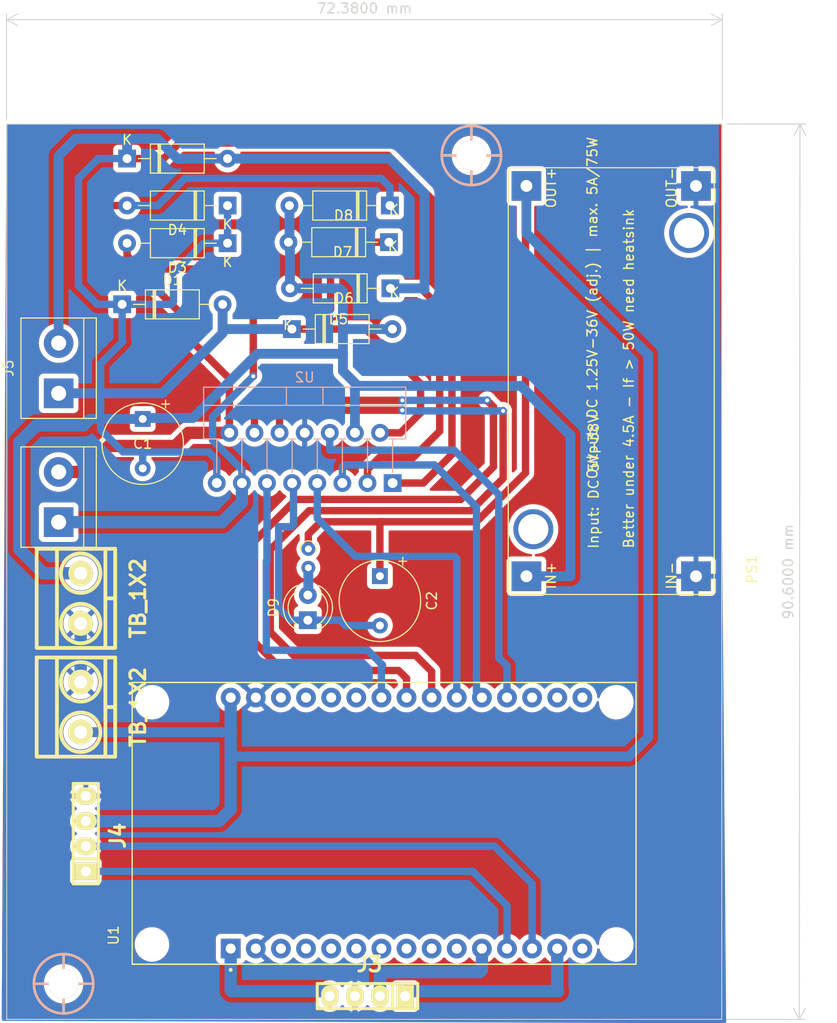
<source format=kicad_pcb>
(kicad_pcb (version 20221018) (generator pcbnew)
  (layers (0 "F.Cu" signal) (31 "B.Cu" signal) (34 "B.Paste" user) (35 "F.Paste" user) (36 "B.SilkS" user "B.Silkscreen") (37 "F.SilkS" user "F.Silkscreen") (38 "B.Mask" user) (39 "F.Mask" user) (44 "Edge.Cuts" user))
  (net 0 "")
  (net 1 "Net-(D1-A)")
  (net 2 "Net-(D3-K)")
  (net 3 "Net-(D9-A)")
  (net 4 "/in1")
  (net 5 "/PWM1")
  (net 6 "/in2")
  (net 7 "GND")
  (net 8 "/in3")
  (net 9 "/PWM2")
  (net 10 "/in4")
  (net 20 "5V")
  (net 27 "Net-(D9-K)")
  (net 28 "unconnected-(U1-D27-Pad25)")
  (net 29 "/SCL")
  (net 30 "/SDA")
  (net 31 "/3.3V")
  (net 32 "/TX")
  (net 33 "/RX")
  (footprint "Diode_THT:D_A-405_P10.16mm_Horizontal" (layer "F.Cu") (at 117.67 75)
    (fp_text reference "D2" hide)
    (fp_text value "DIODE")
    (fp_text user "K" (at 0 -1.9) (layer "F.SilkS"))
    (pad "1" thru_hole rect (at 0 0) (size 1.8 1.8) (drill 0.9) (layers "*.Cu" "*.Mask") (net 1 "Net-(D1-A)"))
    (pad "2" thru_hole oval (at 10.16 0) (size 1.8 1.8) (drill 0.9) (layers "*.Cu" "*.Mask") (net 1 "Net-(D1-A)"))
  )
  (footprint "EESTN5:hole_3mm" (layer "F.Cu") (at 111.25 158.5)
    (fp_text reference "H2" hide)
    (fp_text value "Mounting_Hole" hide)
    (pad "1" thru_hole circle (at 0 0) (size 3 3) (drill 3) (layers "*.Cu" "F.SilkS"))
  )
  (footprint "TerminalBlock:TerminalBlock_bornier-2_P5.08mm" (layer "F.Cu") (at 110.75 111.79 90)
    (fp_text reference "J6" hide)
    (fp_text value "TB_1X2")
    (pad "1" thru_hole rect (at 0 0 90) (size 3 3) (drill 1.52) (layers "*.Cu" "*.Mask") (net 2 "Net-(D3-K)"))
    (pad "2" thru_hole circle (at 5.08 0 90) (size 3 3) (drill 1.52) (layers "*.Cu" "*.Mask") (net 1 "Net-(D1-A)"))
  )
  (footprint "XL4005:XL4005_DC-DC" (layer "F.Cu") (at 177.038 119.104 90)
    (fp_text reference "PS1" (at 2.54 3.81 90) (layer "F.SilkS"))
    (fp_text value "XL4005_DC-DC")
    (fp_text user "Better under 4.5A - If > 50W need heatsink" (at 21.844 -8.636 90) (layer "F.SilkS"))
    (fp_text user "OUT-" (at 41.148 -4.318 90) (layer "F.SilkS"))
    (fp_text user "IN+" (at 1.905 -16.51 90) (layer "F.SilkS"))
    (fp_text user "OUT+" (at 41.148 -16.51 90) (layer "F.SilkS"))
    (fp_text user "Output: DC 1.25V-36V (adj.) | max. 5A/75W" (at 28.995 -12.319 90) (layer "F.SilkS"))
    (fp_text user "Input: DC 5V-38V" (at 11.43 -12.192 90) (layer "F.SilkS"))
    (fp_text user "IN-" (at 1.905 -4.318 90) (layer "F.SilkS"))
    (pad "" thru_hole circle (at 6.604 -18.288 90) (size 4.048 4.048) (drill 3.048) (layers "*.Cu" "*.Mask"))
    (pad "" thru_hole circle (at 36.576 -2.54 90) (size 4.048 4.048) (drill 3.048) (layers "*.Cu" "*.Mask"))
    (pad "1" thru_hole rect (at 1.8415 -18.9865 90) (size 3 3) (drill 1.2) (layers "*.Cu" "*.Mask") (net 1 "Net-(D1-A)"))
    (pad "2" thru_hole rect (at 1.8415 -1.8415 90) (size 3 3) (drill 1.2) (layers "*.Cu" "*.Mask") (net 7 "GND"))
    (pad "3" thru_hole rect (at 41.3385 -18.9865 90) (size 3 3) (drill 1.2) (layers "*.Cu" "*.Mask") (net 20 "5V"))
    (pad "4" thru_hole rect (at 41.3385 -1.8415 90) (size 3 3) (drill 1.2) (layers "*.Cu" "*.Mask") (net 7 "GND"))
  )
  (footprint "TerminalBlock:TerminalBlock_bornier-2_P5.08mm" (layer "F.Cu") (at 110.75 98.75 90)
    (fp_text reference "J5" (at 2.54 -5.08 90) (layer "F.SilkS"))
    (fp_text value "TB_1X2")
    (pad "1" thru_hole rect (at 0 0 90) (size 3 3) (drill 1.52) (layers "*.Cu" "*.Mask") (net 1 "Net-(D1-A)"))
    (pad "2" thru_hole circle (at 5.08 0 90) (size 3 3) (drill 1.52) (layers "*.Cu" "*.Mask") (net 1 "Net-(D1-A)"))
  )
  (footprint "Diode_THT:D_A-405_P10.16mm_Horizontal" (layer "F.Cu") (at 144.3008 88.132 180)
    (fp_text reference "D6" (at 4.69 -1) (layer "F.SilkS"))
    (fp_text value "DIODE")
    (fp_text user "K" (at -0.39 -0.43) (layer "F.SilkS"))
    (pad "1" thru_hole rect (at 0 0 180) (size 1.8 1.8) (drill 0.9) (layers "*.Cu" "*.Mask") (net 1 "Net-(D1-A)"))
    (pad "2" thru_hole oval (at 10.16 0 180) (size 1.8 1.8) (drill 0.9) (layers "*.Cu" "*.Mask") (net 1 "Net-(D1-A)"))
  )
  (footprint "Resistor_THT:R_Axial_DIN0204_L3.6mm_D1.6mm_P1.90mm_Vertical" (layer "F.Cu") (at 136 114.5 -90)
    (fp_text reference "R1" hide)
    (fp_text value "R")
    (pad "1" thru_hole circle (at 0 0 270) (size 1.4 1.4) (drill 0.7) (layers "*.Cu" "*.Mask") (net 20 "5V"))
    (pad "2" thru_hole oval (at 1.9 0 270) (size 1.4 1.4) (drill 0.7) (layers "*.Cu" "*.Mask") (net 3 "Net-(D9-A)"))
  )
  (footprint "Diode_THT:D_A-405_P10.16mm_Horizontal" (layer "F.Cu") (at 127.83 79.75 180)
    (fp_text reference "D4" (at 5.08 -2.47) (layer "F.SilkS"))
    (fp_text value "DIODE")
    (fp_text user "K" (at 0 -1.9) (layer "F.SilkS"))
    (pad "1" thru_hole rect (at 0 0 180) (size 1.8 1.8) (drill 0.9) (layers "*.Cu" "*.Mask") (net 1 "Net-(D1-A)"))
    (pad "2" thru_hole oval (at 10.16 0 180) (size 1.8 1.8) (drill 0.9) (layers "*.Cu" "*.Mask") (net 1 "Net-(D1-A)"))
  )
  (footprint "LED_THT:LED_D4.0mm" (layer "F.Cu") (at 135.9492 121.7092 90)
    (fp_text reference "D9" (at 1.27 -3.46 90) (layer "F.SilkS"))
    (fp_text value "LED")
    (pad "1" thru_hole rect (at 0 0 90) (size 1.8 1.8) (drill 0.9) (layers "*.Cu" "*.Mask") (net 27 "Net-(D9-K)"))
    (pad "2" thru_hole circle (at 2.54 0 90) (size 1.8 1.8) (drill 0.9) (layers "*.Cu" "*.Mask") (net 3 "Net-(D9-A)"))
  )
  (footprint "Diode_THT:D_A-405_P10.16mm_Horizontal" (layer "F.Cu") (at 144.1484 83.4584 180)
    (fp_text reference "D7" (at 4.69 -1) (layer "F.SilkS"))
    (fp_text value "DIODE")
    (fp_text user "K" (at -0.39 -0.43) (layer "F.SilkS"))
    (pad "1" thru_hole rect (at 0 0 180) (size 1.8 1.8) (drill 0.9) (layers "*.Cu" "*.Mask") (net 2 "Net-(D3-K)"))
    (pad "2" thru_hole oval (at 10.16 0 180) (size 1.8 1.8) (drill 0.9) (layers "*.Cu" "*.Mask") (net 1 "Net-(D1-A)"))
  )
  (footprint "EESTN5:hole_3mm" (layer "F.Cu") (at 152.49 74.68)
    (fp_text reference "H1" hide)
    (fp_text value "Mounting_Hole" hide)
    (pad "1" thru_hole circle (at 0 0) (size 3 3) (drill 3) (layers "*.Cu" "F.SilkS"))
  )
  (footprint "EESTN5:pin_strip_4" (layer "F.Cu") (at 141.98 159.75 180)
    (fp_text reference "J3" (at -0.2032 3.2258) (layer "F.SilkS") (effects (font (size 1.5 1.5) (thickness 0.3))))
    (fp_text value "Conn_01x04" hide)
    (pad "1" thru_hole rect (at -3.81 0 180) (size 1.75 2.2) (drill 1.00076) (layers "*.Cu" "*.Mask" "F.SilkS") (net 29 "/SCL"))
    (pad "2" thru_hole oval (at -1.27 0 180) (size 1.75 2.2) (drill 1.00076) (layers "*.Cu" "*.Mask" "F.SilkS") (net 30 "/SDA"))
    (pad "3" thru_hole oval (at 1.27 0 180) (size 1.75 2.2) (drill 1.00076) (layers "*.Cu" "*.Mask" "F.SilkS") (net 7 "GND"))
    (pad "4" thru_hole oval (at 3.81 0 180) (size 1.75 2.2) (drill 1.00076) (layers "*.Cu" "*.Mask" "F.SilkS") (net 31 "/3.3V"))
  )
  (footprint "Diode_THT:D_A-405_P10.16mm_Horizontal" (layer "F.Cu") (at 117.17 89.75)
    (fp_text reference "D1" (at 5.08 -2.47) (layer "F.SilkS"))
    (fp_text value "DIODE")
    (fp_text user "K" (at 0 -1.9) (layer "F.SilkS"))
    (pad "1" thru_hole rect (at 0 0) (size 1.8 1.8) (drill 0.9) (layers "*.Cu" "*.Mask") (net 1 "Net-(D1-A)"))
    (pad "2" thru_hole oval (at 10.16 0) (size 1.8 1.8) (drill 0.9) (layers "*.Cu" "*.Mask") (net 1 "Net-(D1-A)"))
  )
  (footprint "Diode_THT:D_A-405_P10.16mm_Horizontal" (layer "F.Cu") (at 134.34 92.25)
    (fp_text reference "D5" (at 4.69 -1) (layer "F.SilkS"))
    (fp_text value "DIODE")
    (fp_text user "K" (at -0.39 -0.43) (layer "F.SilkS"))
    (pad "1" thru_hole rect (at 0 0) (size 1.8 1.8) (drill 0.9) (layers "*.Cu" "*.Mask") (net 1 "Net-(D1-A)"))
    (pad "2" thru_hole oval (at 10.16 0) (size 1.8 1.8) (drill 0.9) (layers "*.Cu" "*.Mask") (net 1 "Net-(D1-A)"))
  )
  (footprint "Capacitor_THT:CP_Radial_Tantal_D8.0mm_P5.00mm" (layer "F.Cu") (at 119.25 101.347349 -90)
    (fp_text reference "C1" (at 2.5 0) (layer "F.SilkS"))
    (fp_text value "220uF")
    (pad "1" thru_hole rect (at 0 0 270) (size 1.6 1.6) (drill 0.8) (layers "*.Cu" "*.Mask") (net 1 "Net-(D1-A)"))
    (pad "2" thru_hole circle (at 5 0 270) (size 1.6 1.6) (drill 0.8) (layers "*.Cu" "*.Mask") (net 1 "Net-(D1-A)"))
  )
  (footprint "EESTN5:BORNERA2_AZUL" (layer "F.Cu") (at 112.97625 119.5 90)
    (fp_text reference "J2" hide)
    (fp_text value "TB_1X2" (at 0 5.8 90) (layer "F.SilkS") (effects (font (size 1.5 1.5) (thickness 0.3))))
    (pad "1" thru_hole circle (at -2.54 0 90) (size 2.5 2.5) (drill 1.3) (layers "*.Cu" "*.Mask" "F.SilkS") (net 7 "GND"))
    (pad "2" thru_hole circle (at 2.54 0 90) (size 2.5 2.5) (drill 1.3) (layers "*.Cu" "*.Mask" "F.SilkS") (net 1 "Net-(D1-A)"))
  )
  (footprint "Diode_THT:D_A-405_P10.16mm_Horizontal" (layer "F.Cu") (at 144.25 79.75 180)
    (fp_text reference "D8" (at 4.69 -1) (layer "F.SilkS"))
    (fp_text value "DIODE")
    (fp_text user "K" (at -0.39 -0.43) (layer "F.SilkS"))
    (pad "1" thru_hole rect (at 0 0 180) (size 1.8 1.8) (drill 0.9) (layers "*.Cu" "*.Mask") (net 1 "Net-(D1-A)"))
    (pad "2" thru_hole oval (at 10.16 0 180) (size 1.8 1.8) (drill 0.9) (layers "*.Cu" "*.Mask") (net 1 "Net-(D1-A)"))
  )
  (footprint "EESTN5:BORNERA2_AZUL" (layer "F.Cu") (at 112.97625 130.5 90)
    (fp_text reference "J1" hide)
    (fp_text value "TB_1X2" (at 0 5.8 90) (layer "F.SilkS") (effects (font (size 1.5 1.5) (thickness 0.3))))
    (pad "1" thru_hole circle (at -2.54 0 90) (size 2.5 2.5) (drill 1.3) (layers "*.Cu" "*.Mask" "F.SilkS") (net 20 "5V"))
    (pad "2" thru_hole circle (at 2.54 0 90) (size 2.5 2.5) (drill 1.3) (layers "*.Cu" "*.Mask" "F.SilkS") (net 7 "GND"))
  )
  (footprint "XL4005:MODULE_ESP32_DEVKIT_V1" (layer "F.Cu") (at 143.6624 142.24 90)
    (fp_text reference "U1" (at -11.355 -27.36 90) (layer "F.SilkS"))
    (fp_text value "ESP32-DEVKIT-V1")
    (pad "" np_thru_hole circle (at -12.28 -23.475 90) (size 3 3) (drill 3) (layers "*.Cu" "*.Mask"))
    (pad "" np_thru_hole circle (at -12.28 23.475 90) (size 3 3) (drill 3) (layers "*.Cu" "*.Mask"))
    (pad "" np_thru_hole circle (at 12.23 -23.475 90) (size 3 3) (drill 3) (layers "*.Cu" "*.Mask"))
    (pad "" np_thru_hole circle (at 12.23 23.475 90) (size 3 3) (drill 3) (layers "*.Cu" "*.Mask"))
    (pad "1" thru_hole rect (at -12.7 -15.515 90) (size 2 2) (drill 1.02) (layers "*.Cu" "*.Mask") (net 31 "/3.3V"))
    (pad "2" thru_hole circle (at -12.7 -12.975 90) (size 2 2) (drill 1.02) (layers "*.Cu" "*.Mask") (net 7 "GND"))
    (pad "3" thru_hole circle (at -12.7 -10.435 90) (size 2 2) (drill 1.02) (layers "*.Cu" "*.Mask"))
    (pad "4" thru_hole circle (at -12.7 -7.895 90) (size 2 2) (drill 1.02) (layers "*.Cu" "*.Mask"))
    (pad "5" thru_hole circle (at -12.7 -5.355 90) (size 2 2) (drill 1.02) (layers "*.Cu" "*.Mask"))
    (pad "6" thru_hole circle (at -12.7 -2.815 90) (size 2 2) (drill 1.02) (layers "*.Cu" "*.Mask"))
    (pad "7" thru_hole circle (at -12.7 -0.275 90) (size 2 2) (drill 1.02) (layers "*.Cu" "*.Mask"))
    (pad "8" thru_hole circle (at -12.7 2.265 90) (size 2 2) (drill 1.02) (layers "*.Cu" "*.Mask"))
    (pad "9" thru_hole circle (at -12.7 4.805 90) (size 2 2) (drill 1.02) (layers "*.Cu" "*.Mask"))
    (pad "10" thru_hole circle (at -12.7 7.345 90) (size 2 2) (drill 1.02) (layers "*.Cu" "*.Mask"))
    (pad "11" thru_hole circle (at -12.7 9.885 90) (size 2 2) (drill 1.02) (layers "*.Cu" "*.Mask") (net 30 "/SDA"))
    (pad "12" thru_hole circle (at -12.7 12.425 90) (size 2 2) (drill 1.02) (layers "*.Cu" "*.Mask") (net 32 "/TX"))
    (pad "13" thru_hole circle (at -12.7 14.965 90) (size 2 2) (drill 1.02) (layers "*.Cu" "*.Mask") (net 33 "/RX"))
    (pad "14" thru_hole circle (at -12.7 17.505 90) (size 2 2) (drill 1.02) (layers "*.Cu" "*.Mask") (net 29 "/SCL"))
    (pad "15" thru_hole circle (at -12.7 20.045 90) (size 2 2) (drill 1.02) (layers "*.Cu" "*.Mask"))
    (pad "16" thru_hole circle (at 12.7 20.045 90) (size 2 2) (drill 1.02) (layers "*.Cu" "*.Mask"))
    (pad "17" thru_hole circle (at 12.7 17.505 90) (size 2 2) (drill 1.02) (layers "*.Cu" "*.Mask"))
    (pad "18" thru_hole circle (at 12.7 14.965 90) (size 2 2) (drill 1.02) (layers "*.Cu" "*.Mask"))
    (pad "19" thru_hole circle (at 12.7 12.425 90) (size 2 2) (drill 1.02) (layers "*.Cu" "*.Mask") (net 5 "/PWM1"))
    (pad "20" thru_hole circle (at 12.7 9.885 90) (size 2 2) (drill 1.02) (layers "*.Cu" "*.Mask") (net 4 "/in1"))
    (pad "21" thru_hole circle (at 12.7 7.345 90) (size 2 2) (drill 1.02) (layers "*.Cu" "*.Mask") (net 6 "/in2"))
    (pad "22" thru_hole circle (at 12.7 4.805 90) (size 2 2) (drill 1.02) (layers "*.Cu" "*.Mask") (net 8 "/in3"))
    (pad "23" thru_hole circle (at 12.7 2.265 90) (size 2 2) (drill 1.02) (layers "*.Cu" "*.Mask") (net 10 "/in4"))
    (pad "24" thru_hole circle (at 12.7 -0.275 90) (size 2 2) (drill 1.02) (layers "*.Cu" "*.Mask") (net 9 "/PWM2"))
    (pad "25" thru_hole circle (at 12.7 -2.815 90) (size 2 2) (drill 1.02) (layers "*.Cu" "*.Mask") (net 28 "unconnected-(U1-D27-Pad25)"))
    (pad "26" thru_hole circle (at 12.7 -5.355 90) (size 2 2) (drill 1.02) (layers "*.Cu" "*.Mask"))
    (pad "27" thru_hole circle (at 12.7 -7.895 90) (size 2 2) (drill 1.02) (layers "*.Cu" "*.Mask"))
    (pad "28" thru_hole circle (at 12.7 -10.435 90) (size 2 2) (drill 1.02) (layers "*.Cu" "*.Mask"))
    (pad "29" thru_hole circle (at 12.7 -12.975 90) (size 2 2) (drill 1.02) (layers "*.Cu" "*.Mask") (net 7 "GND"))
    (pad "30" thru_hole circle (at 12.7 -15.515 90) (size 2 2) (drill 1.02) (layers "*.Cu" "*.Mask") (net 20 "5V"))
  )
  (footprint "EESTN5:pin_strip_4" (layer "F.Cu") (at 113.5 143.31 90)
    (fp_text reference "J4" (at -0.2032 3.2258 90) (layer "F.SilkS") (effects (font (size 1.5 1.5) (thickness 0.3))))
    (fp_text value "Conn_01x04" hide)
    (pad "1" thru_hole rect (at -3.81 0 90) (size 1.75 2.2) (drill 1.00076) (layers "*.Cu" "*.Mask" "F.SilkS") (net 32 "/TX"))
    (pad "2" thru_hole oval (at -1.27 0 90) (size 1.75 2.2) (drill 1.00076) (layers "*.Cu" "*.Mask" "F.SilkS") (net 33 "/RX"))
    (pad "3" thru_hole oval (at 1.27 0 90) (size 1.75 2.2) (drill 1.00076) (layers "*.Cu" "*.Mask" "F.SilkS") (net 20 "5V"))
    (pad "4" thru_hole oval (at 3.81 0 90) (size 1.75 2.2) (drill 1.00076) (layers "*.Cu" "*.Mask" "F.SilkS") (net 7 "GND"))
  )
  (footprint "Capacitor_THT:CP_Radial_Tantal_D8.0mm_P5.00mm" (layer "F.Cu") (at 143.2344 117.252349 -90)
    (fp_text reference "C2" (at 2.5 -5.25 90) (layer "F.SilkS"))
    (fp_text value "220uF")
    (pad "1" thru_hole rect (at 0 0 270) (size 1.6 1.6) (drill 0.8) (layers "*.Cu" "*.Mask") (net 20 "5V"))
    (pad "2" thru_hole circle (at 5 0 270) (size 1.6 1.6) (drill 0.8) (layers "*.Cu" "*.Mask") (net 27 "Net-(D9-K)"))
  )
  (footprint "Diode_THT:D_A-405_P10.16mm_Horizontal" (layer "F.Cu") (at 127.83 83.56 180)
    (fp_text reference "D3" (at 5.08 -2.47) (layer "F.SilkS"))
    (fp_text value "DIODE")
    (fp_text user "K" (at 0 -1.9) (layer "F.SilkS"))
    (pad "1" thru_hole rect (at 0 0 180) (size 1.8 1.8) (drill 0.9) (layers "*.Cu" "*.Mask") (net 1 "Net-(D1-A)"))
    (pad "2" thru_hole oval (at 10.16 0 180) (size 1.8 1.8) (drill 0.9) (layers "*.Cu" "*.Mask") (net 2 "Net-(D3-K)"))
  )
  (footprint "Package_TO_SOT_THT:TO-220-15_P2.54x2.54mm_StaggerOdd_Lead4.58mm_Vertical" (layer "B.Cu") (at 144.52 107.83 180)
    (fp_text reference "U2" (at 8.89 10.7 -360) (layer "B.SilkS") (effects (justify mirror)))
    (fp_text value "L298N")
    (pad "1" thru_hole rect (at 0 0 180) (size 1.8 1.8) (drill 1) (layers "*.Cu" "*.Mask") (net 1 "Net-(D1-A)"))
    (pad "2" thru_hole oval (at 1.27 5.08 180) (size 1.8 1.8) (drill 1) (layers "*.Cu" "*.Mask") (net 1 "Net-(D1-A)"))
    (pad "3" thru_hole oval (at 2.54 0 180) (size 1.8 1.8) (drill 1) (layers "*.Cu" "*.Mask") (net 1 "Net-(D1-A)"))
    (pad "4" thru_hole oval (at 3.81 5.08 180) (size 1.8 1.8) (drill 1) (layers "*.Cu" "*.Mask") (net 1 "Net-(D1-A)"))
    (pad "5" thru_hole oval (at 5.08 0 180) (size 1.8 1.8) (drill 1) (layers "*.Cu" "*.Mask") (net 4 "/in1"))
    (pad "6" thru_hole oval (at 6.35 5.08 180) (size 1.8 1.8) (drill 1) (layers "*.Cu" "*.Mask") (net 5 "/PWM1"))
    (pad "7" thru_hole oval (at 7.62 0 180) (size 1.8 1.8) (drill 1) (layers "*.Cu" "*.Mask") (net 6 "/in2"))
    (pad "8" thru_hole oval (at 8.89 5.08 180) (size 1.8 1.8) (drill 1) (layers "*.Cu" "*.Mask") (net 7 "GND"))
    (pad "9" thru_hole oval (at 10.16 0 180) (size 1.8 1.8) (drill 1) (layers "*.Cu" "*.Mask") (net 27 "Net-(D9-K)"))
    (pad "10" thru_hole oval (at 11.43 5.08 180) (size 1.8 1.8) (drill 1) (layers "*.Cu" "*.Mask") (net 8 "/in3"))
    (pad "11" thru_hole oval (at 12.7 0 180) (size 1.8 1.8) (drill 1) (layers "*.Cu" "*.Mask") (net 9 "/PWM2"))
    (pad "12" thru_hole oval (at 13.97 5.08 180) (size 1.8 1.8) (drill 1) (layers "*.Cu" "*.Mask") (net 10 "/in4"))
    (pad "13" thru_hole oval (at 15.24 0 180) (size 1.8 1.8) (drill 1) (layers "*.Cu" "*.Mask") (net 2 "Net-(D3-K)"))
    (pad "14" thru_hole oval (at 16.51 5.08 180) (size 1.8 1.8) (drill 1) (layers "*.Cu" "*.Mask") (net 1 "Net-(D1-A)"))
    (pad "15" thru_hole oval (at 17.78 0 180) (size 1.8 1.8) (drill 1) (layers "*.Cu" "*.Mask") (net 1 "Net-(D1-A)"))
  )
  (gr_rect (start 105.5 71.5) (end 177.8 162.1) (stroke (width 0.1)) (fill none) (layer "Edge.Cuts"))
  (dimension (type aligned) (layer "Edge.Cuts") (pts (xy 177.8 162.1) (xy 177.86 71.5)) (height 7.848416) (gr_text "90,6000 mm" (at 184.528414 116.804436 89.96205578) (layer "Edge.Cuts") (effects (font (size 1 1) (thickness 0.15)))) (format (prefix "") (suffix "") (units 3) (units_format 1) (precision 4)) (style (thickness 0.1) (arrow_length 1.27) (text_position_mode 0) (extension_height 0.58642) (extension_offset 0.5) keep_text_aligned))
  (dimension (type aligned) (layer "Edge.Cuts") (pts (xy 105.48 71.5) (xy 177.86 71.5)) (height -10.55) (gr_text "72,3800 mm" (at 141.67 59.8) (layer "Edge.Cuts") (effects (font (size 1 1) (thickness 0.15)))) (format (prefix "") (suffix "") (units 3) (units_format 1) (precision 4)) (style (thickness 0.1) (arrow_length 1.27) (text_position_mode 0) (extension_height 0.58642) (extension_offset 0.5) keep_text_aligned))
  (segment (start 145.32 102.75) (end 143.25 102.75) (width 0.75) (layer "F.Cu") (net 1))
  (segment (start 143.19 105.25) (end 146.61 105.25) (width 0.75) (layer "F.Cu") (net 1))
  (segment (start 134.34 92.25) (end 141.82 92.25) (width 0.75) (layer "F.Cu") (net 1))
  (segment (start 147.62 107.83) (end 150.52 104.93) (width 0.75) (layer "F.Cu") (net 1))
  (segment (start 122.95 73.42) (end 121.37 75) (width 0.75) (layer "F.Cu") (net 1))
  (segment (start 113.21 106.71) (end 110.75 106.71) (width 1.25) (layer "F.Cu") (net 1))
  (segment (start 150.52 79.37) (end 144.57 73.42) (width 0.75) (layer "F.Cu") (net 1))
  (segment (start 123.25 92.5) (end 128.01 97.26) (width 0.75) (layer "F.Cu") (net 1))
  (segment (start 150.52 104.93) (end 150.52 79.37) (width 0.75) (layer "F.Cu") (net 1))
  (segment (start 114.5 80.25) (end 114.5 86.75) (width 0.75) (layer "F.Cu") (net 1))
  (segment (start 141.82 92.25) (end 147.35 97.78) (width 0.75) (layer "F.Cu") (net 1))
  (segment (start 122.55 104.075) (end 115.845 104.075) (width 1.25) (layer "F.Cu") (net 1))
  (segment (start 147.382 88.132) (end 144.3008 88.132) (width 0.75) (layer "F.Cu") (net 1))
  (segment (start 128.01 102.75) (end 123.875 102.75) (width 1.25) (layer "F.Cu") (net 1))
  (segment (start 114.5 86.75) (end 115.75 88) (width 0.75) (layer "F.Cu") (net 1))
  (segment (start 141.98 106.46) (end 143.19 105.25) (width 0.75) (layer "F.Cu") (net 1))
  (segment (start 149.28 102.58) (end 149.28 90.03) (width 0.75) (layer "F.Cu") (net 1))
  (segment (start 141.98 107.83) (end 141.98 106.46) (width 0.75) (layer "F.Cu") (net 1))
  (segment (start 123.25 90.83) (end 123.25 92.5) (width 0.75) (layer "F.Cu") (net 1))
  (segment (start 146.61 105.25) (end 149.28 102.58) (width 0.75) (layer "F.Cu") (net 1))
  (segment (start 123.875 102.75) (end 122.55 104.075) (width 1.25) (layer "F.Cu") (net 1))
  (segment (start 147.35 97.78) (end 147.35 100.72) (width 0.75) (layer "F.Cu") (net 1))
  (segment (start 121.37 75) (end 117.67 75) (width 0.75) (layer "F.Cu") (net 1))
  (segment (start 117.67 79.75) (end 115 79.75) (width 0.75) (layer "F.Cu") (net 1))
  (segment (start 128.01 97.26) (end 128.01 102.75) (width 0.75) (layer "F.Cu") (net 1))
  (segment (start 115 79.75) (end 114.5 80.25) (width 0.75) (layer "F.Cu") (net 1))
  (segment (start 144.52 107.83) (end 147.62 107.83) (width 0.75) (layer "F.Cu") (net 1))
  (segment (start 115.845 104.075) (end 113.21 106.71) (width 1.25) (layer "F.Cu") (net 1))
  (segment (start 147.35 100.72) (end 145.32 102.75) (width 0.75) (layer "F.Cu") (net 1))
  (segment (start 149.28 90.03) (end 147.382 88.132) (width 0.75) (layer "F.Cu") (net 1))
  (segment (start 115.75 88) (end 120.42 88) (width 0.75) (layer "F.Cu") (net 1))
  (segment (start 144.57 73.42) (end 122.95 73.42) (width 0.75) (layer "F.Cu") (net 1))
  (segment (start 120.42 88) (end 123.25 90.83) (width 0.75) (layer "F.Cu") (net 1))
  (segment (start 106.775 114.525) (end 106.775 103.725) (width 1.25) (layer "B.Cu") (net 1))
  (segment (start 106.775 103.725) (end 108.5 102) (width 1.25) (layer "B.Cu") (net 1))
  (segment (start 139.5 96.5) (end 139.5 94.75) (width 1) (layer "B.Cu") (net 1))
  (segment (start 117.63 73) (end 120.75 73) (width 1) (layer "B.Cu") (net 1))
  (segment (start 127.33 92.25) (end 127.33 89.75) (width 1) (layer "B.Cu") (net 1))
  (segment (start 162.5 117.25) (end 162.4875 117.2625) (width 1) (layer "B.Cu") (net 1))
  (segment (start 120.78 79.75) (end 123.53 77) (width 0.75) (layer "B.Cu") (net 1))
  (segment (start 115 102.42) (end 115 95.75) (width 0.75) (layer "B.Cu") (net 1))
  (segment (start 144.197056 75) (end 147.75 78.552944) (width 1) (layer "B.Cu") (net 1))
  (segment (start 134.1408 83.6108) (end 133.9884 83.4584) (width 0.75) (layer "B.Cu") (net 1))
  (segment (start 108.5 102) (end 113.25 102) (width 1.25) (layer "B.Cu") (net 1))
  (segment (start 119.347349 101.25) (end 124.343502 101.25) (width 1) (layer "B.Cu") (net 1))
  (segment (start 125.42 83.56) (end 122.36 86.62) (width 0.75) (layer "B.Cu") (net 1))
  (segment (start 117.17 93.42) (end 117.17 89.75) (width 0.75) (layer "B.Cu") (net 1))
  (segment (start 110.75 93.67) (end 110.75 74.72) (width 1) (layer "B.Cu") (net 1))
  (segment (start 115 95.75) (end 117.25 93.5) (width 0.75) (layer "B.Cu") (net 1))
  (segment (start 112.75 87.84) (end 114.66 89.75) (width 0.75) (layer "B.Cu") (net 1))
  (segment (start 122.36 86.62) (end 122.36 89.5) (width 0.75) (layer "B.Cu") (net 1))
  (segment (start 162.5 103) (end 162.5 117.25) (width 1) (layer "B.Cu") (net 1))
  (segment (start 162.23 102.75) (end 162.25 102.75) (width 1) (layer "B.Cu") (net 1))
  (segment (start 113.25 102) (end 113.625 101.625) (width 1.25) (layer "B.Cu") (net 1))
  (segment (start 125.93 104.69) (end 126.74 105.5) (width 0.75) (layer "B.Cu") (net 1))
  (segment (start 139.132 88.132) (end 139.5 88.5) (width 1) (layer "B.Cu") (net 1))
  (segment (start 147.75 78.552944) (end 147.75 88.25) (width 1) (layer "B.Cu") (net 1))
  (segment (start 140.71 98.29) (end 141 98) (width 1) (layer "B.Cu") (net 1))
  (segment (start 134.09 83.3568) (end 133.9884 83.4584) (width 1.25) (layer "B.Cu") (net 1))
  (segment (start 117.253675 104.673675) (end 115 102.42) (width 0.75) (layer "B.Cu") (net 1))
  (segment (start 127.83 79.75) (end 127.83 83.56) (width 0.75) (layer "B.Cu") (net 1))
  (segment (start 112.47 73) (end 117.63 73) (width 1) (layer "B.Cu") (net 1))
  (segment (start 127.33 92.67) (end 127.33 92.25) (width 1) (layer "B.Cu") (net 1))
  (segment (start 124.343502 101.25) (end 130.843502 94.75) (width 1) (layer "B.Cu") (net 1))
  (segment (start 134.34 92.25) (end 127.33 92.25) (width 1) (layer "B.Cu") (net 1))
  (segment (start 143.36 77) (end 144.25 77.89) (width 0.75) (layer "B.Cu") (net 1))
  (segment (start 130.843502 94.75) (end 139.5 94.75) (width 1) (layer "B.Cu") (net 1))
  (segment (start 119.250001 101.347349) (end 119.25 101.347349) (width 0.75) (layer "B.Cu") (net 1))
  (segment (start 119.25 104.673675) (end 119.25 106.347349) (width 0.75) (layer "B.Cu") (net 1))
  (segment (start 141 98) (end 145.75 98) (width 1) (layer "B.Cu") (net 1))
  (segment (start 157.48 98) (end 162.23 102.75) (width 1) (layer "B.Cu") (net 1))
  (segment (start 144.25 77.89) (end 144.25 79.75) (width 0.75) (layer "B.Cu") (net 1))
  (segment (start 117.67 75) (end 117.67 73.04) (width 1) (layer "B.Cu") (net 1))
  (segment (start 117.67 79.75) (end 120.78 79.75) (width 0.75) (layer "B.Cu") (net 1))
  (segment (start 126.74 105.5) (end 126.74 107.83) (width 0.75) (layer "B.Cu") (net 1))
  (segment (start 145.75 98) (end 157.48 98) (width 1) (layer "B.Cu") (net 1))
  (segment (start 117.67 75) (end 114.75 75) (width 0.75) (layer "B.Cu") (net 1))
  (segment (start 147.632 88.132) (end 144.3008 88.132) (width 1) (layer "B.Cu") (net 1))
  (segment (start 112.97625 116.96) (end 109.21 116.96) (width 1.25) (layer "B.Cu") (net 1))
  (segment (start 162.25 102.75) (end 162.5 103) (width 1) (layer "B.Cu") (net 1))
  (segment (start 114.66 89.75) (end 117.17 89.75) (width 0.75) (layer "B.Cu") (net 1))
  (segment (start 110.75 74.72) (end 112.47 73) (width 1) (layer "B.Cu") (net 1))
  (segment (start 140.71 102.75) (end 140.71 98.29) (width 1) (layer "B.Cu") (net 1))
  (segment (start 117.67 73.04) (end 117.63 73) (width 0.75) (layer "B.Cu") (net 1))
  (segment (start 139.5 94.75) (end 139.5 92.25) (width 1) (layer "B.Cu") (net 1))
  (segment (start 147.75 88.25) (end 147.632 88.132) (width 1) (layer "B.Cu") (net 1))
  (segment (start 114.75 75) (end 112.75 77) (width 0.75) (layer "B.Cu") (net 1))
  (segment (start 123.53 77) (end 143.36 77) (width 0.75) (layer "B.Cu") (net 1))
  (segment (start 139.5 88.5) (end 139.5 92.25) (width 1) (layer "B.Cu") (net 1))
  (segment (start 134.1408 88.132) (end 139.132 88.132) (width 1) (layer "B.Cu") (net 1))
  (segment (start 119.266325 104.69) (end 125.93 104.69) (width 0.75) (layer "B.Cu") (net 1))
  (segment (start 162.4875 117.2625) (end 158.0515 117.2625) (width 1) (layer "B.Cu") (net 1))
  (segment (start 122.11 89.75) (end 117.17 89.75) (width 0.75) (layer "B.Cu") (net 1))
  (segment (start 110.75 98.75) (end 121.25 98.75) (width 1) (layer "B.Cu") (net 1))
  (segment (start 113.902651 101.347349) (end 113.625 101.625) (width 0.75) (layer "B.Cu") (net 1))
  (segment (start 127.83 83.56) (end 125.42 83.56) (width 0.75) (layer "B.Cu") (net 1))
  (segment (start 120.75 73) (end 122.75 75) (width 1) (layer "B.Cu") (net 1))
  (segment (start 122.75 75) (end 127.83 75) (width 1) (layer "B.Cu") (net 1))
  (segment (start 121.25 98.75) (end 127.33 92.67) (width 1) (layer "B.Cu") (net 1))
  (segment (start 139.5 92.25) (end 144.5 92.25) (width 1) (layer "B.Cu") (net 1))
  (segment (start 134.09 79.75) (end 134.09 83.3568) (width 1) (layer "B.Cu") (net 1))
  (segment (start 119.25 101.347349) (end 119.347349 101.25) (width 1) (layer "B.Cu") (net 1))
  (segment (start 119.25 104.673675) (end 117.253675 104.673675) (width 0.75) (layer "B.Cu") (net 1))
  (segment (start 117.25 93.5) (end 117.17 93.42) (width 0.75) (layer "B.Cu") (net 1))
  (segment (start 112.75 77) (end 112.75 87.84) (width 0.75) (layer "B.Cu") (net 1))
  (segment (start 122.36 89.5) (end 122.11 89.75) (width 0.75) (layer "B.Cu") (net 1))
  (segment (start 144.5 98) (end 145.75 98) (width 1) (layer "B.Cu") (net 1))
  (segment (start 119.25 101.347349) (end 113.902651 101.347349) (width 1) (layer "B.Cu") (net 1))
  (segment (start 141 98) (end 139.5 96.5) (width 1) (layer "B.Cu") (net 1))
  (segment (start 134.1408 88.132) (end 134.1408 83.6108) (width 1) (layer "B.Cu") (net 1))
  (segment (start 119.25 104.673675) (end 119.266325 104.69) (width 0.75) (layer "B.Cu") (net 1))
  (segment (start 109.21 116.96) (end 106.775 114.525) (width 1.25) (layer "B.Cu") (net 1))
  (segment (start 128 75) (end 144.197056 75) (width 1) (layer "B.Cu") (net 1))
  (segment (start 130.43 86.89) (end 129.71 86.17) (width 0.75) (layer "F.Cu") (net 2))
  (segment (start 138.27 85.23) (end 140.0416 83.4584) (width 0.75) (layer "F.Cu") (net 2))
  (segment (start 140.0416 83.4584) (end 144.1484 83.4584) (width 0.75) (layer "F.Cu") (net 2))
  (segment (start 129.71 86.17) (end 119.01 86.17) (width 0.75) (layer "F.Cu") (net 2))
  (segment (start 130.43 91.1) (end 130.43 90.26) (width 0.75) (layer "F.Cu") (net 2))
  (segment (start 130.44 90.25) (end 130.43 90.26) (width 0.75) (layer "F.Cu") (net 2))
  (segment (start 138.25 90.25) (end 130.44 90.25) (width 0.75) (layer "F.Cu") (net 2))
  (segment (start 138.25 85.75) (end 138.25 90.25) (width 0.75) (layer "F.Cu") (net 2))
  (segment (start 117.67 84.83) (end 117.67 83.56) (width 0.75) (layer "F.Cu") (net 2))
  (segment (start 138.25 85.75) (end 138.27 85.73) (width 0.75) (layer "F.Cu") (net 2))
  (segment (start 119.01 86.17) (end 117.67 84.83) (width 0.75) (layer "F.Cu") (net 2))
  (segment (start 137.89 86.11) (end 138.25 85.75) (width 0.75) (layer "F.Cu") (net 2))
  (segment (start 130.43 90.26) (end 130.43 86.89) (width 0.75) (layer "F.Cu") (net 2))
  (segment (start 130.43 97.02) (end 130.43 91.1) (width 0.75) (layer "F.Cu") (net 2))
  (segment (start 138.27 85.73) (end 138.27 85.23) (width 0.75) (layer "F.Cu") (net 2))
  (via (at 130.43 97.02) (size 0.8) (drill 0.4) (layers "F.Cu" "B.Cu") (net 2))
  (segment (start 128.28 105.47) (end 128.28 105.46) (width 0.75) (layer "B.Cu") (net 2))
  (segment (start 127.27 111.79) (end 129.28 109.78) (width 1.25) (layer "B.Cu") (net 2))
  (segment (start 129.28 109.78) (end 129.28 107.83) (width 1.25) (layer "B.Cu") (net 2))
  (segment (start 126.32 101.13) (end 130.43 97.02) (width 0.75) (layer "B.Cu") (net 2))
  (segment (start 130.43 97.02) (end 130.44 97.01) (width 0.75) (layer "B.Cu") (net 2))
  (segment (start 129.28 106.47) (end 128.28 105.47) (width 0.75) (layer "B.Cu") (net 2))
  (segment (start 129.28 107.83) (end 129.28 106.47) (width 0.75) (layer "B.Cu") (net 2))
  (segment (start 126.32 103.5) (end 126.32 101.13) (width 0.75) (layer "B.Cu") (net 2))
  (segment (start 110.75 111.79) (end 127.27 111.79) (width 1.25) (layer "B.Cu") (net 2))
  (segment (start 128.28 105.46) (end 126.32 103.5) (width 0.75) (layer "B.Cu") (net 2))
  (segment (start 135.9492 116.4508) (end 136 116.4) (width 0.25) (layer "B.Cu") (net 3))
  (segment (start 136 119.1184) (end 135.9492 119.1692) (width 0.25) (layer "B.Cu") (net 3))
  (segment (start 136 116.4) (end 136 119.1184) (width 1) (layer "B.Cu") (net 3))
  (segment (start 153 128.9926) (end 153.5474 129.54) (width 0.75) (layer "B.Cu") (net 4))
  (segment (start 148.75 106) (end 153 110.25) (width 0.75) (layer "B.Cu") (net 4))
  (segment (start 139.63 106) (end 148.75 106) (width 0.75) (layer "B.Cu") (net 4))
  (segment (start 153 110.25) (end 153 128.9926) (width 0.75) (layer "B.Cu") (net 4))
  (segment (start 139.44 106.19) (end 139.63 106) (width 0.75) (layer "B.Cu") (net 4))
  (segment (start 139.44 107.83) (end 139.44 106.19) (width 0.75) (layer "B.Cu") (net 4))
  (segment (start 138.17 102.75) (end 138.17 104.5) (width 0.75) (layer "B.Cu") (net 5))
  (segment (start 156.0874 126.3374) (end 156.0874 129.54) (width 0.75) (layer "B.Cu") (net 5))
  (segment (start 138.17 104.5) (end 150.75 104.5) (width 0.75) (layer "B.Cu") (net 5))
  (segment (start 155.25 109) (end 155.25 125.5) (width 0.75) (layer "B.Cu") (net 5))
  (segment (start 150.75 104.5) (end 155.25 109) (width 0.75) (layer "B.Cu") (net 5))
  (segment (start 155.25 125.5) (end 156.0874 126.3374) (width 0.75) (layer "B.Cu") (net 5))
  (segment (start 140.75 115.25) (end 150.75 115.25) (width 0.75) (layer "B.Cu") (net 6))
  (segment (start 150.75 115.25) (end 151.0074 115.5074) (width 0.75) (layer "B.Cu") (net 6))
  (segment (start 151.0074 115.5074) (end 151.0074 129.54) (width 0.75) (layer "B.Cu") (net 6))
  (segment (start 136.9 111.4) (end 140.75 115.25) (width 0.75) (layer "B.Cu") (net 6))
  (segment (start 136.9 107.83) (end 136.9 111.4) (width 0.75) (layer "B.Cu") (net 6))
  (segment (start 112.97625 127.96) (end 112.97625 122.04) (width 1.25) (layer "B.Cu") (net 7))
  (segment (start 155.69 100.53) (end 155.7 100.53) (width 0.75) (layer "F.Cu") (net 8))
  (segment (start 132.15 114.56) (end 136.08 110.63) (width 0.75) (layer "F.Cu") (net 8))
  (segment (start 133.77 100.46) (end 133.09 101.14) (width 0.75) (layer "F.Cu") (net 8))
  (segment (start 145.5 100.46) (end 133.77 100.46) (width 0.75) (layer "F.Cu") (net 8))
  (segment (start 148.4674 129.54) (end 148.4674 126.8974) (width 0.75) (layer "F.Cu") (net 8))
  (segment (start 152.43 110.63) (end 155.7 107.36) (width 0.75) (layer "F.Cu") (net 8))
  (segment (start 146.84 125.27) (end 134.51 125.27) (width 0.75) (layer "F.Cu") (net 8))
  (segment (start 133.09 101.14) (end 133.09 102.75) (width 0.75) (layer "F.Cu") (net 8))
  (segment (start 148.4674 126.8974) (end 146.84 125.27) (width 0.75) (layer "F.Cu") (net 8))
  (segment (start 132.15 122.91) (end 132.15 114.56) (width 0.75) (layer "F.Cu") (net 8))
  (segment (start 155.7 107.36) (end 155.69 100.53) (width 0.75) (layer "F.Cu") (net 8))
  (segment (start 134.51 125.27) (end 132.15 122.91) (width 0.75) (layer "F.Cu") (net 8))
  (segment (start 136.08 110.63) (end 152.43 110.63) (width 0.75) (layer "F.Cu") (net 8))
  (via (at 145.5 100.46) (size 0.8) (drill 0.4) (layers "F.Cu" "B.Cu") (net 8))
  (via (at 145.5 100.46) (size 0.8) (drill 0.4) (layers "F.Cu" "B.Cu") (net 8))
  (via (at 155.69 100.53) (size 0.8) (drill 0.4) (layers "F.Cu" "B.Cu") (net 8))
  (segment (start 155.69 100.53) (end 145.57 100.53) (width 0.75) (layer "B.Cu") (net 8))
  (segment (start 145.57 100.53) (end 145.5 100.46) (width 0.75) (layer "B.Cu") (net 8))
  (segment (start 142 124.75) (end 143.5 126.25) (width 0.75) (layer "B.Cu") (net 9))
  (segment (start 131.75 115.733502) (end 131.75 124.75) (width 0.75) (layer "B.Cu") (net 9))
  (segment (start 131.75 124.75) (end 142 124.75) (width 0.75) (layer "B.Cu") (net 9))
  (segment (start 143.3874 126.3626) (end 143.3874 129.54) (width 0.75) (layer "B.Cu") (net 9))
  (segment (start 143.5 126.25) (end 143.3874 126.3626) (width 0.75) (layer "B.Cu") (net 9))
  (segment (start 131.82 115.663502) (end 131.75 115.733502) (width 0.75) (layer "B.Cu") (net 9))
  (segment (start 131.82 107.83) (end 131.82 115.663502) (width 0.75) (layer "B.Cu") (net 9))
  (segment (start 145.13 126.8) (end 133.42 126.8) (width 0.75) (layer "F.Cu") (net 10))
  (segment (start 154.08 99.48) (end 154.08 99.46) (width 0.75) (layer "F.Cu") (net 10))
  (segment (start 134.77 109.49) (end 151.42 109.49) (width 0.75) (layer "F.Cu") (net 10))
  (segment (start 133.42 126.8) (end 130.55 123.93) (width 0.75) (layer "F.Cu") (net 10))
  (segment (start 151.42 109.49) (end 154.715 106.195) (width 0.75) (layer "F.Cu") (net 10))
  (segment (start 145.26 126.93) (end 145.9274 127.5974) (width 0.75) (layer "F.Cu") (net 10))
  (segment (start 132.189449 99.460551) (end 130.55 101.1) (width 0.75) (layer "F.Cu") (net 10))
  (segment (start 145.9274 127.5974) (end 145.9274 129.54) (width 0.75) (layer "F.Cu") (net 10))
  (segment (start 154.715 106.195) (end 154.715 100.115) (width 0.75) (layer "F.Cu") (net 10))
  (segment (start 145.26 126.93) (end 145.13 126.8) (width 0.25) (layer "F.Cu") (net 10))
  (segment (start 154.06 99.46) (end 154.05 99.45) (width 0.75) (layer "F.Cu") (net 10))
  (segment (start 130.55 101.1) (end 130.55 102.75) (width 0.75) (layer "F.Cu") (net 10))
  (segment (start 130.55 123.93) (end 130.55 113.71) (width 0.75) (layer "F.Cu") (net 10))
  (segment (start 154.715 100.115) (end 154.08 99.48) (width 0.75) (layer "F.Cu") (net 10))
  (segment (start 145.510304 99.460551) (end 132.189449 99.460551) (width 0.75) (layer "F.Cu") (net 10))
  (segment (start 130.55 113.71) (end 134.77 109.49) (width 0.75) (layer "F.Cu") (net 10))
  (segment (start 154.08 99.46) (end 154.06 99.46) (width 0.75) (layer "F.Cu") (net 10))
  (via (at 154.08 99.46) (size 0.8) (drill 0.4) (layers "F.Cu" "B.Cu") (net 10))
  (via (at 145.510304 99.460551) (size 0.8) (drill 0.4) (layers "F.Cu" "B.Cu") (net 10))
  (segment (start 154.08 99.46) (end 145.510855 99.46) (width 0.75) (layer "B.Cu") (net 10))
  (segment (start 145.510855 99.46) (end 145.510304 99.460551) (width 0.75) (layer "B.Cu") (net 10))
  (segment (start 153 111.75) (end 143.5 111.75) (width 0.75) (layer "F.Cu") (net 20))
  (segment (start 143.5 111.75) (end 143.25 111.75) (width 0.75) (layer "F.Cu") (net 20))
  (segment (start 143.25 111.75) (end 143.2344 111.7656) (width 0.75) (layer "F.Cu") (net 20))
  (segment (start 158.0515 77.7655) (end 157.96 77.857) (width 0.75) (layer "F.Cu") (net 20))
  (segment (start 157.96 77.857) (end 157.96 106.79) (width 0.75) (layer "F.Cu") (net 20))
  (segment (start 136 113.01) (end 137.26 111.75) (width 0.75) (layer "F.Cu") (net 20))
  (segment (start 143.2344 111.7656) (end 143.2344 117.252349) (width 0.75) (layer "F.Cu") (net 20))
  (segment (start 136 114.5) (end 136 113.01) (width 0.75) (layer "F.Cu") (net 20))
  (segment (start 137.26 111.75) (end 143.5 111.75) (width 0.75) (layer "F.Cu") (net 20))
  (segment (start 157.96 106.79) (end 153 111.75) (width 0.75) (layer "F.Cu") (net 20))
  (segment (start 168.425 135.5) (end 170.36 133.565) (width 1) (layer "B.Cu") (net 20))
  (segment (start 112.97625 133.04) (end 127.9874 133.04) (width 1) (layer "B.Cu") (net 20))
  (segment (start 113.5 142.04) (end 126.96 142.04) (width 1.25) (layer "B.Cu") (net 20))
  (segment (start 128.1474 135.5) (end 128.1474 133.2) (width 1.25) (layer "B.Cu") (net 20))
  (segment (start 170.36 133.565) (end 170.36 94.86) (width 1) (layer "B.Cu") (net 20))
  (segment (start 158.0515 82.5515) (end 158.0515 77.7655) (width 1) (layer "B.Cu") (net 20))
  (segment (start 170.36 94.86) (end 158.0515 82.5515) (width 1) (layer "B.Cu") (net 20))
  (segment (start 126.96 142.04) (end 128.1474 140.8526) (width 1.25) (layer "B.Cu") (net 20))
  (segment (start 128.1474 135.5) (end 168.425 135.5) (width 1) (layer "B.Cu") (net 20))
  (segment (start 127.9874 133.04) (end 128.1474 133.2) (width 1) (layer "B.Cu") (net 20))
  (segment (start 128.1474 140.8526) (end 128.1474 135.5) (width 1.25) (layer "B.Cu") (net 20))
  (segment (start 128.1474 133.2) (end 128.1474 129.54) (width 1.25) (layer "B.Cu") (net 20))
  (segment (start 135.9492 121.7092) (end 139.2092 121.7092) (width 0.75) (layer "B.Cu") (net 27))
  (segment (start 134.25 112.25) (end 133 112.25) (width 0.75) (layer "B.Cu") (net 27))
  (segment (start 134.5 112) (end 134.25 112.25) (width 0.75) (layer "B.Cu") (net 27))
  (segment (start 134.36 107.83) (end 134.5 107.97) (width 0.75) (layer "B.Cu") (net 27))
  (segment (start 134.5 107.97) (end 134.5 112) (width 0.75) (layer "B.Cu") (net 27))
  (segment (start 133 112.25) (end 133 120.5) (width 0.75) (layer "B.Cu") (net 27))
  (segment (start 133 120.5) (end 134.2092 121.7092) (width 0.75) (layer "B.Cu") (net 27))
  (segment (start 139.752349 122.252349) (end 143.2344 122.252349) (width 0.75) (layer "B.Cu") (net 27))
  (segment (start 134.2092 121.7092) (end 135.9492 121.7092) (width 0.75) (layer "B.Cu") (net 27))
  (segment (start 139.2092 121.7092) (end 139.752349 122.252349) (width 0.75) (layer "B.Cu") (net 27))
  (segment (start 140.8474 128.6466) (end 140.8474 129.54) (width 0.25) (layer "B.Cu") (net 28))
  (segment (start 161.1674 159.1674) (end 161.1674 154.94) (width 1.25) (layer "B.Cu") (net 29))
  (segment (start 145.79 159.25) (end 161.25 159.25) (width 1.25) (layer "B.Cu") (net 29))
  (segment (start 161.25 159.25) (end 161.1674 159.1674) (width 1.25) (layer "B.Cu") (net 29))
  (segment (start 153.325 157.325) (end 153.5474 157.1026) (width 1.25) (layer "B.Cu") (net 30))
  (segment (start 143.275 157.325) (end 153.325 157.325) (width 1.25) (layer "B.Cu") (net 30))
  (segment (start 143.25 157.35) (end 143.275 157.325) (width 1.25) (layer "B.Cu") (net 30))
  (segment (start 143.25 159.25) (end 143.25 157.35) (width 1.25) (layer "B.Cu") (net 30))
  (segment (start 153.5474 157.1026) (end 153.5474 154.94) (width 1.25) (layer "B.Cu") (net 30))
  (segment (start 128.1474 159.1474) (end 128.1474 154.94) (width 1.25) (layer "B.Cu") (net 31))
  (segment (start 128.25 159.25) (end 128.1474 159.1474) (width 1.25) (layer "B.Cu") (net 31))
  (segment (start 138.17 159.25) (end 128.25 159.25) (width 1.25) (layer "B.Cu") (net 31))
  (segment (start 113.5 147.12) (end 152.62 147.12) (width 0.75) (layer "B.Cu") (net 32))
  (segment (start 152.62 147.12) (end 156.0874 150.5874) (width 0.75) (layer "B.Cu") (net 32))
  (segment (start 156.0874 150.5874) (end 156.0874 154.94) (width 0.75) (layer "B.Cu") (net 32))
  (segment (start 113.5 144.58) (end 154.83 144.58) (width 0.75) (layer "B.Cu") (net 33))
  (segment (start 154.83 144.58) (end 158.6274 148.3774) (width 0.75) (layer "B.Cu") (net 33))
  (segment (start 158.6274 148.3774) (end 158.6274 154.94) (width 0.75) (layer "B.Cu") (net 33))
  (zone (net 7) (net_name "GND") (layer "F.Cu") (priority 1) (connect_pads (clearance 0.5)) (min_thickness 0.25) (fill yes (thermal_gap 0.5) (thermal_bridge_width 0.5))
    (polygon (pts (xy 105.48 71.5) (xy 177.86 71.5) (xy 177.78 162.16) (xy 105 162.14) (xy 105 162.15)))
  )
  (zone (net 7) (net_name "GND") (layer "B.Cu") (connect_pads (clearance 0.5)) (min_thickness 0.25) (fill yes (thermal_gap 0.5) (thermal_bridge_width 0.5))
    (polygon (pts (xy 105.5 71.5) (xy 177.5 71.5) (xy 178.25 162.5) (xy 105 162.25) (xy 105.5 75.25)))
  )
)
</source>
